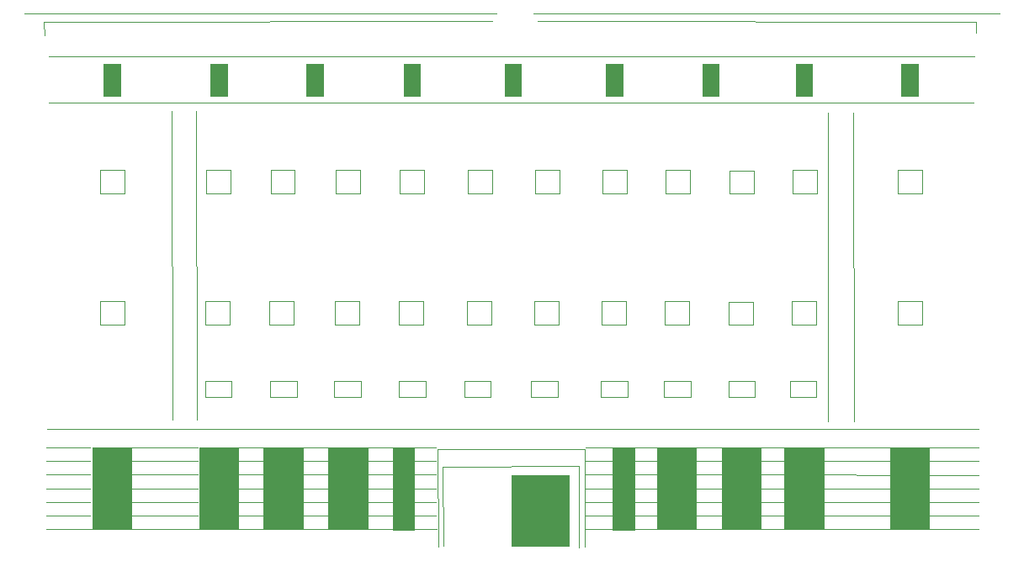
<source format=gbr>
%TF.GenerationSoftware,KiCad,Pcbnew,7.0.7*%
%TF.CreationDate,2023-11-20T21:29:34+01:00*%
%TF.ProjectId,sss_ornament_2023,7373735f-6f72-46e6-916d-656e745f3230,rev?*%
%TF.SameCoordinates,Original*%
%TF.FileFunction,Legend,Top*%
%TF.FilePolarity,Positive*%
%FSLAX46Y46*%
G04 Gerber Fmt 4.6, Leading zero omitted, Abs format (unit mm)*
G04 Created by KiCad (PCBNEW 7.0.7) date 2023-11-20 21:29:34*
%MOMM*%
%LPD*%
G01*
G04 APERTURE LIST*
%ADD10C,0.032553*%
%ADD11C,0.050000*%
%ADD12C,0.047495*%
G04 APERTURE END LIST*
D10*
X94445168Y-104839325D02*
X101015128Y-104840324D01*
X111587186Y-110340465D02*
X107652364Y-110340465D01*
X107652364Y-102122608D01*
X111587186Y-102122608D01*
X111587186Y-110340465D01*
G36*
X111587186Y-110340465D02*
G01*
X107652364Y-110340465D01*
X107652364Y-102122608D01*
X111587186Y-102122608D01*
X111587186Y-110340465D01*
G37*
X101898229Y-76511930D02*
X101898229Y-74197597D01*
X111658019Y-103472290D02*
X114071319Y-103472610D01*
X134881612Y-89722587D02*
X134881612Y-87408252D01*
X157747086Y-102110531D02*
X159991868Y-102110862D01*
X167014749Y-68423823D02*
X167064050Y-99497383D01*
X173503831Y-66744034D02*
X171832406Y-66744034D01*
X171832406Y-63505640D01*
X173503831Y-63505640D01*
X173503831Y-66744034D01*
G36*
X173503831Y-66744034D02*
G01*
X171832406Y-66744034D01*
X171832406Y-63505640D01*
X173503831Y-63505640D01*
X173503831Y-66744034D01*
G37*
X163296586Y-97059257D02*
X160616830Y-97059257D01*
X118212758Y-104843254D02*
X120580377Y-104843574D01*
X151155503Y-110340465D02*
X147220681Y-110340465D01*
X147220681Y-102122608D01*
X151155503Y-102122608D01*
X151155503Y-110340465D01*
G36*
X151155503Y-110340465D02*
G01*
X147220681Y-110340465D01*
X147220681Y-102122608D01*
X151155503Y-102122608D01*
X151155503Y-110340465D01*
G37*
X127850728Y-95430088D02*
X130530480Y-95430088D01*
X93668641Y-87408252D02*
X93668641Y-89722587D01*
X151206544Y-107589122D02*
X153720475Y-107589771D01*
X150472917Y-89722587D02*
X148021554Y-89722587D01*
X110995692Y-97059257D02*
X108315938Y-97059257D01*
X85575952Y-59252623D02*
X85578952Y-60628053D01*
X179357827Y-60322243D02*
X179368028Y-59254623D01*
X122849038Y-103473922D02*
X124974408Y-103474243D01*
X154477319Y-89737816D02*
X154477319Y-87423481D01*
X91217275Y-76511930D02*
X91217275Y-74197597D01*
X137420197Y-76511930D02*
X134968831Y-76511930D01*
X125205800Y-112079464D02*
X125156602Y-102279724D01*
X140068788Y-102107284D02*
X142722688Y-102107933D01*
X144279462Y-95430088D02*
X144279462Y-97059257D01*
X85781969Y-110317264D02*
X90181910Y-110318245D01*
X171434808Y-76511930D02*
X171434808Y-74197597D01*
X144983617Y-106218174D02*
X147153024Y-106218506D01*
X171434808Y-87408252D02*
X173886170Y-87408252D01*
X148108773Y-76511930D02*
X148108773Y-74197597D01*
X117367722Y-74197597D02*
X117367722Y-76511930D01*
X108315938Y-95430088D02*
X110995692Y-95430088D01*
X151206544Y-104849186D02*
X153720475Y-104849834D01*
X108354009Y-76511930D02*
X108354009Y-74197597D01*
X111658019Y-106212242D02*
X114071319Y-106212574D01*
X130530480Y-97059257D02*
X127850728Y-97059257D01*
X121372121Y-76511930D02*
X121372121Y-74197597D01*
X148021554Y-87408252D02*
X150472917Y-87408252D01*
X114916356Y-76511930D02*
X114916356Y-74197597D01*
X111658019Y-102102321D02*
X114071319Y-102102653D01*
X157747086Y-104850483D02*
X159991868Y-104850815D01*
X114829137Y-89722587D02*
X114829137Y-87408252D01*
X94445168Y-107579261D02*
X101015128Y-107580261D01*
X174687882Y-102113159D02*
X179561349Y-102114139D01*
X90181910Y-110318245D02*
X125060540Y-110325245D01*
X85781969Y-102097423D02*
X90212369Y-102098392D01*
X105097135Y-110340465D02*
X101162312Y-110340465D01*
X101162312Y-102122608D01*
X105097135Y-102122608D01*
X105097135Y-110340465D01*
G36*
X105097135Y-110340465D02*
G01*
X101162312Y-110340465D01*
X101162312Y-102122608D01*
X105097135Y-102122608D01*
X105097135Y-110340465D01*
G37*
X141657128Y-89722587D02*
X141657128Y-87408252D01*
X104349595Y-74197597D02*
X104349595Y-76511930D01*
X128151769Y-89722587D02*
X128151769Y-87408252D01*
X162865891Y-66744034D02*
X161194467Y-66744034D01*
X161194467Y-63505640D01*
X162865891Y-63505640D01*
X162865891Y-66744034D01*
G36*
X162865891Y-66744034D02*
G01*
X161194467Y-66744034D01*
X161194467Y-63505640D01*
X162865891Y-63505640D01*
X162865891Y-66744034D01*
G37*
X160868051Y-76511930D02*
X160868051Y-74197597D01*
X118112149Y-110340465D02*
X114177327Y-110340465D01*
X114177327Y-102122608D01*
X118112149Y-102122608D01*
X118112149Y-110340465D01*
G36*
X118112149Y-110340465D02*
G01*
X114177327Y-110340465D01*
X114177327Y-102122608D01*
X118112149Y-102122608D01*
X118112149Y-110340465D01*
G37*
X123413209Y-66744034D02*
X121741780Y-66744034D01*
X121741780Y-63505640D01*
X123413209Y-63505640D01*
X123413209Y-66744034D01*
G36*
X123413209Y-66744034D02*
G01*
X121741780Y-66744034D01*
X121741780Y-63505640D01*
X123413209Y-63505640D01*
X123413209Y-66744034D01*
G37*
X85781969Y-103467392D02*
X90212369Y-103468372D01*
X141599709Y-97059257D02*
X141599709Y-95430088D01*
X134968831Y-76511930D02*
X134968831Y-74197597D01*
X104349595Y-76511930D02*
X101898229Y-76511930D01*
X151206544Y-103479202D02*
X153720475Y-103479850D01*
X93223023Y-66744034D02*
X91551595Y-66744034D01*
X91551595Y-63505640D01*
X93223023Y-63505640D01*
X93223023Y-66744034D01*
G36*
X93223023Y-66744034D02*
G01*
X91551595Y-66744034D01*
X91551595Y-63505640D01*
X93223023Y-63505640D01*
X93223023Y-66744034D01*
G37*
X137260323Y-97059257D02*
X134580571Y-97059257D01*
X122849038Y-104843906D02*
X124974408Y-104844227D01*
D11*
X86009849Y-67401993D02*
X179097764Y-67405993D01*
D10*
X122849038Y-106213875D02*
X124974408Y-106214206D01*
X139954701Y-102255123D02*
X140004003Y-112104114D01*
X94354732Y-110340465D02*
X90419911Y-110340465D01*
X90419911Y-102122608D01*
X94354732Y-102122608D01*
X94354732Y-110340465D01*
G36*
X94354732Y-110340465D02*
G01*
X90419911Y-110340465D01*
X90419911Y-102122608D01*
X94354732Y-102122608D01*
X94354732Y-110340465D01*
G37*
X173886170Y-74197597D02*
X173886170Y-76511930D01*
X163296586Y-95430088D02*
X163296586Y-97059257D01*
D11*
X181747811Y-58421693D02*
X134839000Y-58420000D01*
D10*
X94445168Y-103469341D02*
X101015128Y-103470340D01*
X160780831Y-87408252D02*
X163232194Y-87408252D01*
X118212758Y-107583191D02*
X120580377Y-107583511D01*
D11*
X85878169Y-100245174D02*
X179574212Y-100263775D01*
D10*
X154564538Y-76527158D02*
X154564538Y-74212825D01*
X117436242Y-95430088D02*
X117436242Y-97059257D01*
X164050767Y-104851463D02*
X170645135Y-104852462D01*
X160616830Y-95430088D02*
X163296586Y-95430088D01*
X141599709Y-95430088D02*
X144279462Y-95430088D01*
X147948892Y-95430088D02*
X150628648Y-95430088D01*
X117280503Y-89722587D02*
X114829137Y-89722587D01*
X171434808Y-89722587D02*
X171434808Y-87408252D01*
X140068788Y-107587162D02*
X142722688Y-107587810D01*
X137260323Y-95430088D02*
X137260323Y-97059257D01*
X143801167Y-66744034D02*
X142129739Y-66744034D01*
X142129739Y-63505640D01*
X143801167Y-63505640D01*
X143801167Y-66744034D01*
G36*
X143801167Y-66744034D02*
G01*
X142129739Y-66744034D01*
X142129739Y-63505640D01*
X143801167Y-63505640D01*
X143801167Y-66744034D01*
G37*
X94445168Y-102099373D02*
X101015128Y-102100372D01*
X104433345Y-95414859D02*
X104433345Y-97044029D01*
X128238988Y-74197597D02*
X130690354Y-74197597D01*
X151206544Y-108959102D02*
X153720475Y-108959751D01*
X133581071Y-66744034D02*
X131909642Y-66744034D01*
X131909642Y-63505640D01*
X133581071Y-63505640D01*
X133581071Y-66744034D01*
G36*
X133581071Y-66744034D02*
G01*
X131909642Y-66744034D01*
X131909642Y-63505640D01*
X133581071Y-63505640D01*
X133581071Y-66744034D01*
G37*
X160868051Y-74197597D02*
X163319413Y-74197597D01*
X164050767Y-102111511D02*
X170645135Y-102112510D01*
X103965440Y-66744034D02*
X102294011Y-66744034D01*
X102294011Y-63505640D01*
X103965440Y-63505640D01*
X103965440Y-66744034D01*
G36*
X103965440Y-66744034D02*
G01*
X102294011Y-66744034D01*
X102294011Y-63505640D01*
X103965440Y-63505640D01*
X103965440Y-66744034D01*
G37*
X174687882Y-106223079D02*
X179561349Y-106224060D01*
X163319413Y-76511930D02*
X160868051Y-76511930D01*
X130690354Y-74197597D02*
X130690354Y-76511930D01*
X130603135Y-89722587D02*
X128151769Y-89722587D01*
X157015901Y-74212825D02*
X157015901Y-76527158D01*
X101811009Y-89722587D02*
X101811009Y-87408252D01*
X154435113Y-95430088D02*
X157114869Y-95430088D01*
X157747086Y-103480499D02*
X159991868Y-103480819D01*
X150472917Y-87408252D02*
X150472917Y-89722587D01*
X134881612Y-87408252D02*
X137332978Y-87408252D01*
X150560136Y-74197597D02*
X150560136Y-76511930D01*
X147948892Y-97059257D02*
X147948892Y-95430088D01*
X150628648Y-95430088D02*
X150628648Y-97059257D01*
X110805375Y-74197597D02*
X110805375Y-76511930D01*
X123937676Y-97059257D02*
X121257924Y-97059257D01*
X93668641Y-89722587D02*
X91217275Y-89722587D01*
X157114869Y-95430088D02*
X157114869Y-97059257D01*
X111658019Y-107582210D02*
X114071319Y-107582542D01*
X100895490Y-68251473D02*
X100944789Y-99325023D01*
X123823487Y-76511930D02*
X121372121Y-76511930D01*
X154435113Y-97059257D02*
X154435113Y-95430088D01*
X122849038Y-108953823D02*
X124974408Y-108954155D01*
X157747086Y-107590419D02*
X159991868Y-107590740D01*
X93668641Y-76511930D02*
X91217275Y-76511930D01*
X160616830Y-97059257D02*
X160616830Y-95430088D01*
X123937676Y-95430088D02*
X123937676Y-97059257D01*
X114756490Y-95430088D02*
X117436242Y-95430088D01*
X156928681Y-87423481D02*
X156928681Y-89737816D01*
X113610978Y-66744034D02*
X111939549Y-66744034D01*
X111939549Y-63505640D01*
X113610978Y-63505640D01*
X113610978Y-66744034D01*
G36*
X113610978Y-66744034D02*
G01*
X111939549Y-66744034D01*
X111939549Y-63505640D01*
X113610978Y-63505640D01*
X113610978Y-66744034D01*
G37*
X105187018Y-103471309D02*
X107569869Y-103471641D01*
X94445168Y-106209293D02*
X101015128Y-106210293D01*
X130603135Y-87408252D02*
X130603135Y-89722587D01*
X105187018Y-104841293D02*
X107569869Y-104841625D01*
X104262376Y-89722587D02*
X101811009Y-89722587D01*
X134968831Y-74197597D02*
X137420197Y-74197597D01*
X91217275Y-74197597D02*
X93668641Y-74197597D01*
X141744348Y-76511930D02*
X141744348Y-74197597D01*
X154564538Y-74212825D02*
X157015901Y-74212825D01*
X101898229Y-74197597D02*
X104349595Y-74197597D01*
X144108495Y-89722587D02*
X141657128Y-89722587D01*
X144932862Y-110357876D02*
X142808755Y-110357876D01*
X142808755Y-102105198D01*
X144932862Y-102105198D01*
X144932862Y-110357876D01*
G36*
X144932862Y-110357876D02*
G01*
X142808755Y-110357876D01*
X142808755Y-102105198D01*
X144932862Y-102105198D01*
X144932862Y-110357876D01*
G37*
X118212758Y-103473270D02*
X120580377Y-103473591D01*
X173886170Y-89722587D02*
X171434808Y-89722587D01*
X105187018Y-106211273D02*
X107569869Y-106211593D01*
X148021554Y-89722587D02*
X148021554Y-87408252D01*
X144108495Y-87408252D02*
X144108495Y-89722587D01*
X151206544Y-102109234D02*
X153720483Y-102109882D01*
X125711431Y-112046714D02*
X125676629Y-104037784D01*
X171434808Y-74197597D02*
X173886170Y-74197597D01*
X118212758Y-108953170D02*
X120580377Y-108953502D01*
X144195714Y-74197597D02*
X144195714Y-76511930D01*
X110718141Y-89722587D02*
X108266774Y-89722587D01*
X140068788Y-106217205D02*
X142722688Y-106217853D01*
X122769010Y-110357876D02*
X120644902Y-110357876D01*
X120644902Y-102105198D01*
X122769010Y-102105198D01*
X122769010Y-110357876D01*
G36*
X122769010Y-110357876D02*
G01*
X120644902Y-110357876D01*
X120644902Y-102105198D01*
X122769010Y-102105198D01*
X122769010Y-110357876D01*
G37*
X160780831Y-89722587D02*
X160780831Y-87408252D01*
X164050767Y-108961380D02*
X170645135Y-108962379D01*
X108266774Y-89722587D02*
X108266774Y-87408252D01*
X148108773Y-74197597D02*
X150560136Y-74197597D01*
X94445168Y-108949241D02*
X101015128Y-108950241D01*
X163232194Y-87408252D02*
X163232194Y-89722587D01*
X173886170Y-76511930D02*
X171434808Y-76511930D01*
D12*
X138363004Y-112000824D02*
X132582692Y-112000824D01*
X132582692Y-104910307D01*
X138363004Y-104910307D01*
X138363004Y-112000824D01*
G36*
X138363004Y-112000824D02*
G01*
X132582692Y-112000824D01*
X132582692Y-104910307D01*
X138363004Y-104910307D01*
X138363004Y-112000824D01*
G37*
D10*
X157114869Y-97059257D02*
X154435113Y-97059257D01*
X111658019Y-108952202D02*
X114071319Y-108952522D01*
X111658019Y-104842273D02*
X114071319Y-104842605D01*
X118212758Y-106213222D02*
X120580377Y-106213554D01*
D11*
X85575952Y-59252623D02*
X130683000Y-59182000D01*
D10*
X110995692Y-95430088D02*
X110995692Y-97059257D01*
X164050767Y-103481468D02*
X170645135Y-103482467D01*
X117280503Y-87408252D02*
X117280503Y-89722587D01*
X128151769Y-87408252D02*
X130603135Y-87408252D01*
X144279462Y-97059257D02*
X141599709Y-97059257D01*
X144983617Y-102108253D02*
X147153024Y-102108585D01*
X121284902Y-89722587D02*
X121284902Y-87408252D01*
X134580571Y-97059257D02*
X134580571Y-95430088D01*
X174687882Y-107593036D02*
X179561349Y-107594005D01*
X144983617Y-103478222D02*
X147153024Y-103478542D01*
X85781969Y-107577312D02*
X90212369Y-107578293D01*
X163997590Y-110340465D02*
X160062768Y-110340465D01*
X160062768Y-102122608D01*
X163997590Y-102122608D01*
X163997590Y-110340465D01*
G36*
X163997590Y-110340465D02*
G01*
X160062768Y-110340465D01*
X160062768Y-102122608D01*
X163997590Y-102122608D01*
X163997590Y-110340465D01*
G37*
X144195714Y-76511930D02*
X141744348Y-76511930D01*
X156928681Y-89737816D02*
X154477319Y-89737816D01*
X108354009Y-74197597D02*
X110805375Y-74197597D01*
X150560136Y-76511930D02*
X148108773Y-76511930D01*
X108266774Y-87408252D02*
X110718141Y-87408252D01*
X105187018Y-107581230D02*
X107569869Y-107581562D01*
X121372121Y-74197597D02*
X123823487Y-74197597D01*
X151206544Y-106219154D02*
X153720475Y-106219803D01*
X105187018Y-108951221D02*
X107569869Y-108951542D01*
X85781969Y-106207344D02*
X90212369Y-106208313D01*
X110805375Y-76511930D02*
X108354009Y-76511930D01*
X164050767Y-107591388D02*
X170645135Y-107592388D01*
X150628648Y-97059257D02*
X147948892Y-97059257D01*
X114916356Y-74197597D02*
X117367722Y-74197597D01*
X174687882Y-104853111D02*
X179561349Y-104854091D01*
X154477319Y-87423481D02*
X156928681Y-87423481D01*
X157015901Y-76527158D02*
X154564538Y-76527158D01*
X153464112Y-66744034D02*
X151792687Y-66744034D01*
X151792687Y-63505640D01*
X153464112Y-63505640D01*
X153464112Y-66744034D01*
G36*
X153464112Y-66744034D02*
G01*
X151792687Y-66744034D01*
X151792687Y-63505640D01*
X153464112Y-63505640D01*
X153464112Y-66744034D01*
G37*
X130530480Y-95430088D02*
X130530480Y-97059257D01*
X127850728Y-97059257D02*
X127850728Y-95430088D01*
X137332978Y-89722587D02*
X134881612Y-89722587D01*
X141657128Y-87408252D02*
X144108495Y-87408252D01*
X101811009Y-87408252D02*
X104262376Y-87408252D01*
X85781969Y-108947292D02*
X90212369Y-108948261D01*
X104262376Y-87408252D02*
X104262376Y-89722587D01*
X108315938Y-97059257D02*
X108315938Y-95430088D01*
X114829137Y-87408252D02*
X117280503Y-87408252D01*
X85781969Y-104837364D02*
X90212369Y-104838344D01*
X163232194Y-89722587D02*
X160780831Y-89722587D01*
D11*
X179357827Y-60322243D02*
X179368028Y-59254623D01*
D10*
X123736268Y-87408252D02*
X123736268Y-89722587D01*
X137332978Y-87408252D02*
X137332978Y-89722587D01*
X134580571Y-95430088D02*
X137260323Y-95430088D01*
X144983617Y-108958122D02*
X147153024Y-108958454D01*
X123823487Y-74197597D02*
X123823487Y-76511930D01*
X118212758Y-102103302D02*
X120580377Y-102103634D01*
X105187018Y-102101352D02*
X107569869Y-102101673D01*
X110718141Y-87408252D02*
X110718141Y-89722587D01*
X157705079Y-110340465D02*
X153770257Y-110340465D01*
X153770257Y-102122608D01*
X157705079Y-102122608D01*
X157705079Y-110340465D01*
G36*
X157705079Y-110340465D02*
G01*
X153770257Y-110340465D01*
X153770257Y-102122608D01*
X157705079Y-102122608D01*
X157705079Y-110340465D01*
G37*
X121257924Y-97059257D02*
X121257924Y-95430088D01*
X174687882Y-103483116D02*
X179561349Y-103484085D01*
X104433345Y-97044029D02*
X101753591Y-97044029D01*
X130690354Y-76511930D02*
X128238988Y-76511930D01*
X140068788Y-104847225D02*
X142722688Y-104847885D01*
X173886170Y-87408252D02*
X173886170Y-89722587D01*
X122849038Y-107583843D02*
X124974408Y-107584163D01*
X128238988Y-76511930D02*
X128238988Y-74197597D01*
X91217275Y-87408252D02*
X93668641Y-87408252D01*
X144983617Y-104848205D02*
X147153024Y-104848537D01*
X157747086Y-108960399D02*
X159991868Y-108960731D01*
D11*
X86040889Y-62730863D02*
X179183328Y-62717863D01*
D10*
X122849038Y-102103954D02*
X124974408Y-102104286D01*
X174635545Y-110340465D02*
X170700723Y-110340465D01*
X170700723Y-102122608D01*
X174635545Y-102122608D01*
X174635545Y-110340465D01*
G36*
X174635545Y-110340465D02*
G01*
X170700723Y-110340465D01*
X170700723Y-102122608D01*
X174635545Y-102122608D01*
X174635545Y-110340465D01*
G37*
X163319413Y-74197597D02*
X163319413Y-76511930D01*
X117436242Y-97059257D02*
X114756490Y-97059257D01*
X157747086Y-106220451D02*
X159991868Y-106220783D01*
D11*
X83612319Y-58404293D02*
X131099000Y-58420000D01*
D10*
X93668641Y-74197597D02*
X93668641Y-76511930D01*
X125676629Y-104037784D02*
X139344041Y-103985584D01*
X114756490Y-97059257D02*
X114756490Y-95430088D01*
X117367722Y-76511930D02*
X114916356Y-76511930D01*
X137420197Y-74197597D02*
X137420197Y-76511930D01*
D11*
X179368028Y-59254623D02*
X135255000Y-59182000D01*
D10*
X141744348Y-74197597D02*
X144195714Y-74197597D01*
X140068788Y-108957153D02*
X142722688Y-108957802D01*
X164429879Y-68423823D02*
X164479180Y-99497383D01*
X123736268Y-89722587D02*
X121284902Y-89722587D01*
X121257924Y-95430088D02*
X123937676Y-95430088D01*
X174687882Y-108963028D02*
X179561349Y-108964008D01*
X139344041Y-103985584D02*
X139361440Y-112168613D01*
X101753591Y-95414859D02*
X104433345Y-95414859D01*
X101753591Y-97044029D02*
X101753591Y-95414859D01*
X140068788Y-103477241D02*
X142722688Y-103477890D01*
D11*
X85578952Y-60628053D02*
X85575952Y-59252623D01*
D10*
X91217275Y-89722587D02*
X91217275Y-87408252D01*
X164050767Y-106221431D02*
X170645135Y-106222431D01*
X140079560Y-110328243D02*
X179561357Y-110336242D01*
X144983617Y-107588142D02*
X147153024Y-107588463D01*
X121284902Y-87408252D02*
X123736268Y-87408252D01*
X125156602Y-102279724D02*
X139954701Y-102255123D01*
X98441179Y-68251473D02*
X98490379Y-99325023D01*
M02*

</source>
